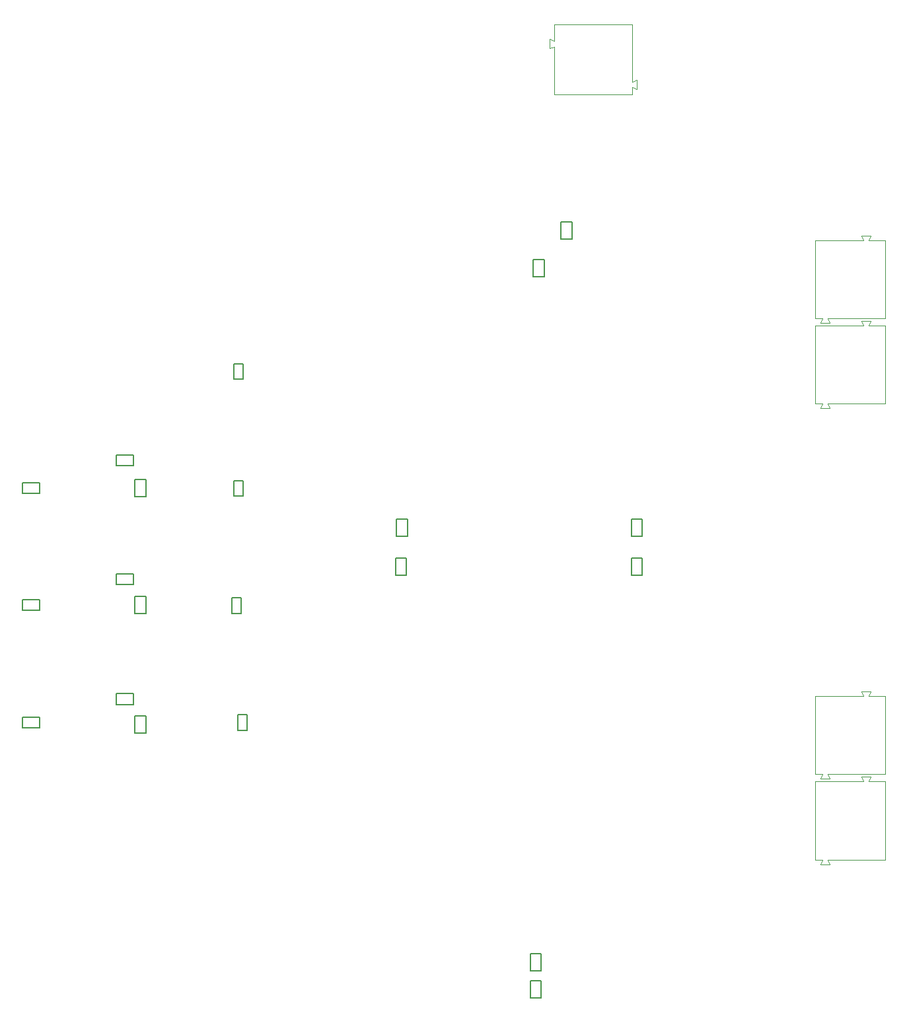
<source format=gbr>
%TF.GenerationSoftware,Altium Limited,Altium Designer,21.6.4 (81)*%
G04 Layer_Color=16711935*
%FSLAX43Y43*%
%MOMM*%
%TF.SameCoordinates,51A45B19-5AA5-45A3-BC04-4EA5AD39BA57*%
%TF.FilePolarity,Positive*%
%TF.FileFunction,Other,Bottom_3D_Body*%
%TF.Part,Single*%
G01*
G75*
%TA.AperFunction,NonConductor*%
%ADD40C,0.200*%
%ADD47C,0.100*%
D40*
X103300Y73916D02*
X104700D01*
X103300D02*
Y76116D01*
X104700D01*
Y73916D02*
Y76116D01*
X88900Y45700D02*
X91100D01*
X88900Y44300D02*
Y45700D01*
Y44300D02*
X91100D01*
Y45700D01*
X104700Y43604D02*
Y45804D01*
X103300D02*
X104700D01*
X103300Y43604D02*
Y45804D01*
Y43604D02*
X104700D01*
X100900Y48706D02*
X103100D01*
X100900Y47306D02*
Y48706D01*
Y47306D02*
X103100D01*
Y48706D01*
X91100Y59371D02*
Y60771D01*
X88900Y59371D02*
X91100D01*
X88900D02*
Y60771D01*
X91100D01*
X103100Y62673D02*
Y64073D01*
X100900Y62673D02*
X103100D01*
X100900D02*
Y64073D01*
X103100D01*
X103300Y58930D02*
X104700D01*
X103300D02*
Y61130D01*
X104700D01*
Y58930D02*
Y61130D01*
X166940Y71100D02*
X168340D01*
Y68900D02*
Y71100D01*
X166940Y68900D02*
X168340D01*
X166940D02*
Y71100D01*
X136841D02*
X138241D01*
Y68900D02*
Y71100D01*
X136841Y68900D02*
X138241D01*
X136841D02*
Y71100D01*
X138114Y63900D02*
Y66100D01*
X136714D02*
X138114D01*
X136714Y63900D02*
Y66100D01*
Y63900D02*
X138114D01*
X168340D02*
Y66100D01*
X166940D02*
X168340D01*
X166940Y63900D02*
Y66100D01*
Y63900D02*
X168340D01*
X154342Y102151D02*
Y104351D01*
Y102151D02*
X155792D01*
Y104351D01*
X154342D02*
X155792D01*
X157898Y106977D02*
Y109177D01*
Y106977D02*
X159348D01*
Y109177D01*
X157898D02*
X159348D01*
X155386Y13124D02*
Y15324D01*
X153986D02*
X155386D01*
X153986Y13124D02*
Y15324D01*
Y13124D02*
X155386D01*
Y9695D02*
Y11895D01*
X153986D02*
X155386D01*
X153986Y9695D02*
Y11895D01*
Y9695D02*
X155386D01*
X88900Y75757D02*
X91100D01*
X88900Y74357D02*
Y75757D01*
Y74357D02*
X91100D01*
Y75757D01*
X116469Y44000D02*
Y46000D01*
Y44000D02*
X117719D01*
Y46000D01*
X116469D02*
X117719D01*
X117211Y89000D02*
Y91000D01*
X115961D02*
X117211D01*
X115961Y89000D02*
Y91000D01*
Y89000D02*
X117211D01*
X115961Y74000D02*
Y76000D01*
Y74000D02*
X117211D01*
Y76000D01*
X115961D02*
X117211D01*
X115707Y59000D02*
Y61000D01*
Y59000D02*
X116957D01*
Y61000D01*
X115707D02*
X116957D01*
X100900Y79313D02*
X103100D01*
X100900Y77913D02*
Y79313D01*
Y77913D02*
X103100D01*
Y79313D01*
D47*
X167052Y127150D02*
X167652Y127400D01*
Y126200D02*
Y127400D01*
X167052Y126450D02*
X167652Y126200D01*
X156452Y131400D02*
X157052Y131650D01*
X156452Y132600D02*
X157052Y132350D01*
X156452Y131400D02*
Y132600D01*
X157052Y125500D02*
Y131650D01*
Y132350D02*
Y134500D01*
X167052D01*
X157052Y125500D02*
X167052D01*
Y126450D01*
Y127150D02*
Y134500D01*
X192150Y27425D02*
X199500D01*
X190500D02*
X191450D01*
X190500D02*
Y37425D01*
X199500Y27425D02*
Y37425D01*
X197350D02*
X199500D01*
X190500D02*
X196650D01*
X196400Y38025D02*
X197600D01*
X197350Y37425D02*
X197600Y38025D01*
X196400D02*
X196650Y37425D01*
X191200Y26825D02*
X191450Y27425D01*
X191200Y26825D02*
X192400D01*
X192150Y27425D02*
X192400Y26825D01*
X192150Y96814D02*
X199500D01*
X190500D02*
X191450D01*
X190500D02*
Y106814D01*
X199500Y96814D02*
Y106814D01*
X197350D02*
X199500D01*
X190500D02*
X196650D01*
X196400Y107414D02*
X197600D01*
X197350Y106814D02*
X197600Y107414D01*
X196400D02*
X196650Y106814D01*
X191200Y96214D02*
X191450Y96814D01*
X191200Y96214D02*
X192400D01*
X192150Y96814D02*
X192400Y96214D01*
X192150Y38394D02*
X199500D01*
X190500D02*
X191450D01*
X190500D02*
Y48394D01*
X199500Y38394D02*
Y48394D01*
X197350D02*
X199500D01*
X190500D02*
X196650D01*
X196400Y48994D02*
X197600D01*
X197350Y48394D02*
X197600Y48994D01*
X196400D02*
X196650Y48394D01*
X191200Y37794D02*
X191450Y38394D01*
X191200Y37794D02*
X192400D01*
X192150Y38394D02*
X192400Y37794D01*
X192150Y85892D02*
X199500D01*
X190500D02*
X191450D01*
X190500D02*
Y95892D01*
X199500Y85892D02*
Y95892D01*
X197350D02*
X199500D01*
X190500D02*
X196650D01*
X196400Y96492D02*
X197600D01*
X197350Y95892D02*
X197600Y96492D01*
X196400D02*
X196650Y95892D01*
X191200Y85292D02*
X191450Y85892D01*
X191200Y85292D02*
X192400D01*
X192150Y85892D02*
X192400Y85292D01*
%TF.MD5,1985881d0d17c482cee12f24b2175858*%
M02*

</source>
